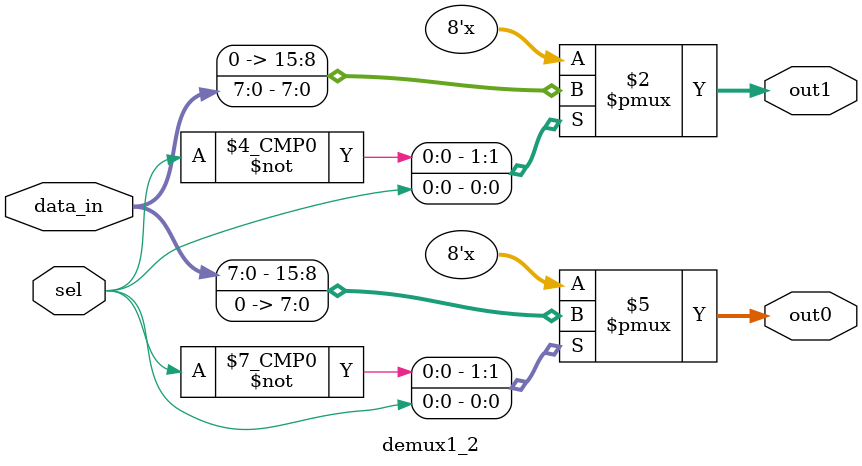
<source format=sv>
`timescale 1ns / 1ps


module demux1_2(
    input logic [7:0] data_in,
    input logic sel,
    output logic [7:0] out1,
    output logic [7:0] out0 
    );
    
always_comb
begin 
    case(sel)
        0:begin 
            out0 = data_in;
            out1 = 0;
          end  
        1:begin 
            out0 = 0;
            out1 = data_in;  
          end
    endcase              
end
endmodule

</source>
